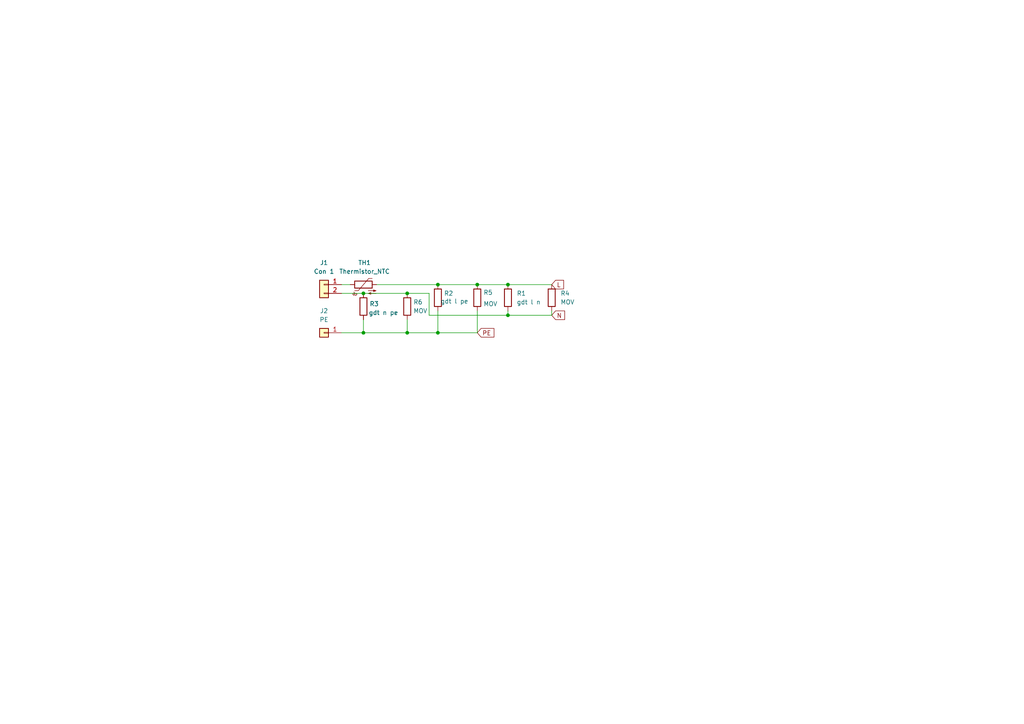
<source format=kicad_sch>
(kicad_sch (version 20250114) (generator "eeschema") (generator_version "9.0")
  (paper "A4")
  (lib_symbols
    (symbol "Connector_Generic:Conn_01x01" (pin_names (offset 1.016) (hide yes))
      (property "Reference" "J" (at 0 2.54 0))
      (property "Value" "Conn_01x01" (at 0 -2.54 0))
      (symbol "Conn_01x01_1_1"
        (rectangle (start -1.27 1.27) (end 1.27 -1.27) (stroke (width 0.254)) (fill (type background)))
        (rectangle (start -1.27 0.127) (end 0 -0.127) (stroke (width 0.1524)))
        (pin passive line (at -5.08 0 0) (length 3.81) (name "Pin_1") (number "1"))
      )
    )
    (symbol "Connector_Generic:Conn_01x02" (pin_names (offset 1.016) (hide yes))
      (property "Reference" "J" (at 0 2.54 0))
      (property "Value" "Conn_01x02" (at 0 -5.08 0))
      (symbol "Conn_01x02_1_1"
        (rectangle (start -1.27 1.27) (end 1.27 -3.81) (stroke (width 0.254)) (fill (type background)))
        (rectangle (start -1.27 0.127) (end 0 -0.127) (stroke (width 0.1524)))
        (rectangle (start -1.27 -2.413) (end 0 -2.667) (stroke (width 0.1524)))
        (pin passive line (at -5.08 0 0) (length 3.81) (name "Pin_1") (number "1"))
        (pin passive line (at -5.08 -2.54 0) (length 3.81) (name "Pin_2") (number "2"))
      )
    )
    (symbol "Device:R" (pin_numbers (hide yes)) (pin_names (offset 0))
      (property "Reference" "R" (at 2.032 0 90))
      (property "Value" "R" (at 0 0 90))
      (symbol "R_0_1"
        (rectangle (start -1.016 -2.54) (end 1.016 2.54) (stroke (width 0.254)))
      )
      (symbol "R_1_1"
        (pin passive line (at 0 3.81 270) (length 1.27) (name "~") (number "1"))
        (pin passive line (at 0 -3.81 90) (length 1.27) (name "~") (number "2"))
      )
    )
    (symbol "Device:Thermistor_NTC" (pin_numbers (hide yes)) (pin_names (offset 0))
      (property "Reference" "TH" (at -4.445 0 90))
      (property "Value" "Thermistor_NTC" (at 3.175 0 90))
      (symbol "Thermistor_NTC_0_1"
        (arc (start -3.175 2.413) (mid -3.0506 2.3165) (end -3.048 2.159))
        (arc (start -3.048 2.794) (mid -2.9736 2.9736) (end -2.794 3.048))
        (arc (start -2.794 3.048) (mid -2.6144 2.9736) (end -2.54 2.794))
        (arc (start -2.794 2.54) (mid -2.9736 2.6144) (end -3.048 2.794))
        (arc (start -2.794 1.905) (mid -2.9736 1.9794) (end -3.048 2.159))
        (arc (start -2.54 2.159) (mid -2.6144 1.9794) (end -2.794 1.905))
        (arc (start -2.159 2.794) (mid -2.434 2.5608) (end -2.794 2.54))
        (polyline (pts (xy -2.54 2.159) (xy -2.54 2.794)))
        (polyline (pts (xy -2.54 -3.683) (xy -2.54 -1.397) (xy -2.794 -2.159) (xy -2.286 -2.159) (xy -2.54 -1.397) (xy -2.54 -1.651)) (fill (type outline)))
        (polyline (pts (xy -1.778 2.54) (xy -1.778 1.524) (xy 1.778 -1.524) (xy 1.778 -2.54)))
        (polyline (pts (xy -1.778 -1.397) (xy -1.778 -3.683) (xy -2.032 -2.921) (xy -1.524 -2.921) (xy -1.778 -3.683) (xy -1.778 -3.429)) (fill (type outline)))
        (rectangle (start -1.016 2.54) (end 1.016 -2.54) (stroke (width 0.254)))
      )
      (symbol "Thermistor_NTC_1_1"
        (pin passive line (at 0 3.81 270) (length 1.27) (name "~") (number "1"))
        (pin passive line (at 0 -3.81 90) (length 1.27) (name "~") (number "2"))
      )
    )
  )
  (junction (at 105.41 85.09))
  (junction (at 118.11 96.52))
  (junction (at 105.41 96.52))
  (junction (at 147.32 82.55))
  (junction (at 138.43 82.55))
  (junction (at 118.11 85.09))
  (junction (at 147.32 91.44))
  (junction (at 127 96.52))
  (junction (at 127 82.55))
  (wire (pts (xy 105.41 85.09) (xy 118.11 85.09)))
  (wire (pts (xy 118.11 96.52) (xy 105.41 96.52)))
  (wire (pts (xy 124.46 85.09) (xy 124.46 91.44)))
  (wire (pts (xy 127 82.55) (xy 138.43 82.55)))
  (wire (pts (xy 138.43 90.17) (xy 138.43 96.52)))
  (wire (pts (xy 138.43 82.55) (xy 147.32 82.55)))
  (wire (pts (xy 160.02 90.17) (xy 160.02 91.44)))
  (wire (pts (xy 127 96.52) (xy 118.11 96.52)))
  (wire (pts (xy 147.32 91.44) (xy 160.02 91.44)))
  (wire (pts (xy 127 90.17) (xy 127 96.52)))
  (wire (pts (xy 118.11 92.71) (xy 118.11 96.52)))
  (wire (pts (xy 99.06 82.55) (xy 101.6 82.55)))
  (wire (pts (xy 105.41 92.71) (xy 105.41 96.52)))
  (wire (pts (xy 138.43 96.52) (xy 127 96.52)))
  (wire (pts (xy 118.11 85.09) (xy 124.46 85.09)))
  (wire (pts (xy 99.06 96.52) (xy 105.41 96.52)))
  (wire (pts (xy 124.46 91.44) (xy 147.32 91.44)))
  (wire (pts (xy 99.06 85.09) (xy 105.41 85.09)))
  (wire (pts (xy 109.22 82.55) (xy 127 82.55)))
  (wire (pts (xy 147.32 82.55) (xy 160.02 82.55)))
  (wire (pts (xy 147.32 91.44) (xy 147.32 90.17)))
  (global_label "PE" (shape input) (at 138.43 96.52 0) (property "Intersheetrefs" "${INTERSHEET_REFS}" (effects (hide yes))))
  (global_label "N" (shape input) (at 160.02 91.44 0) (property "Intersheetrefs" "${INTERSHEET_REFS}" (effects (hide yes))))
  (global_label "L" (shape input) (at 160.02 82.55 0) (property "Intersheetrefs" "${INTERSHEET_REFS}" (effects (hide yes))))
  (symbol (lib_id "Device:R") (at 160.02 86.36 0) (unit 1)
    (property "Reference" "R4" (at 162.56 85.0899 0) (effects (justify left)))
    (property "Value" "MOV" (at 162.56 87.6299 0) (effects (justify left)))
    (property "Description" "Resistor" (effects (hide yes)))
    (property "Type" "B72220S2421K101" (effects (hide yes)))
  )
  (symbol (lib_id "Device:Thermistor_NTC") (at 105.41 82.55 90) (unit 1)
    (property "Reference" "TH1" (at 105.7275 76.2 90))
    (property "Value" "Thermistor_NTC" (at 105.7275 78.74 90))
    (property "Description" "Temperature dependent resistor, negative temperature coefficient" (effects (hide yes)))
    (property "Type" "EATON ICL250D30MIC" (effects (hide yes)))
  )
  (symbol (lib_id "Device:R") (at 105.41 88.9 0) (unit 1)
    (property "Reference" "R3" (at 107.188 88.138 0) (effects (justify left)))
    (property "Value" "gdt n pe" (at 106.934 90.678 0) (effects (justify left)))
    (property "Description" "Resistor" (effects (hide yes)))
    (property "Type" "Littelfuse CG2470L" (effects (hide yes)))
  )
  (symbol (lib_id "Device:R") (at 118.11 88.9 0) (unit 1)
    (property "Reference" "R6" (at 119.888 87.63 0) (effects (justify left)))
    (property "Value" "MOV" (at 119.888 90.17 0) (effects (justify left)))
    (property "Description" "Resistor" (effects (hide yes)))
    (property "Type" "EPCOS B72220S2421K101" (effects (hide yes)))
  )
  (symbol (lib_id "Device:R") (at 147.32 86.36 0) (unit 1)
    (property "Reference" "R1" (at 149.86 85.0899 0) (effects (justify left)))
    (property "Value" "gdt l n" (at 149.86 87.6299 0) (effects (justify left)))
    (property "Description" "Resistor" (effects (hide yes)))
    (property "Type" "Littelfuse CG2470L" (effects (hide yes)))
  )
  (symbol (lib_id "Device:R") (at 127 86.36 0) (unit 1)
    (property "Reference" "R2" (at 128.778 85.09 0) (effects (justify left)))
    (property "Value" "gdt l pe" (at 127.762 87.376 0) (effects (justify left)))
    (property "Description" "Resistor" (effects (hide yes)))
    (property "Type" "Littelfuse CG2470L" (effects (hide yes)))
  )
  (symbol (lib_id "Device:R") (at 138.43 86.36 0) (unit 1)
    (property "Reference" "R5" (at 140.208 84.836 0) (effects (justify left)))
    (property "Value" "MOV" (at 140.208 88.138 0) (effects (justify left)))
    (property "Description" "Resistor" (effects (hide yes)))
    (property "Type" "B72220S2421K101" (effects (hide yes)))
  )
  (symbol (lib_id "Connector_Generic:Conn_01x01") (at 93.98 96.52 0) (mirror y) (unit 1)
    (property "Reference" "J2" (at 93.98 90.17 0))
    (property "Value" "PE" (at 93.98 92.71 0))
    (property "Description" "Generic connector, single row, 01x01, script generated (kicad-library-utils/schlib/autogen/connector/)" (effects (hide yes)))
  )
  (symbol (lib_id "Connector_Generic:Conn_01x02") (at 93.98 82.55 0) (mirror y) (unit 1)
    (property "Reference" "J1" (at 93.98 76.2 0))
    (property "Value" "Con 1" (at 93.98 78.74 0))
    (property "Description" "Generic connector, single row, 01x02, script generated (kicad-library-utils/schlib/autogen/connector/)" (effects (hide yes)))
    (property "Type" "Schneider Electric R9F23116" (effects (hide yes)))
  )
)
</source>
